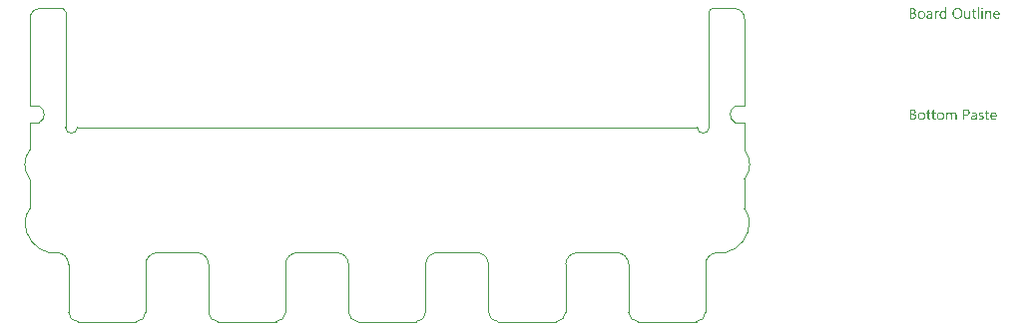
<source format=gbp>
G04*
G04 #@! TF.GenerationSoftware,Altium Limited,Altium Designer,21.9.2 (33)*
G04*
G04 Layer_Color=128*
%FSAX25Y25*%
%MOIN*%
G70*
G04*
G04 #@! TF.SameCoordinates,2EB92662-9E55-42C7-936B-B314CFDC8511*
G04*
G04*
G04 #@! TF.FilePolarity,Positive*
G04*
G01*
G75*
%ADD12C,0.00394*%
G36*
X0073390Y0108274D02*
X0073414D01*
X0073470Y0108250D01*
X0073501Y0108231D01*
X0073532Y0108206D01*
X0073538Y0108200D01*
X0073545Y0108194D01*
X0073576Y0108157D01*
X0073600Y0108095D01*
X0073606Y0108058D01*
X0073613Y0108021D01*
Y0108015D01*
Y0108002D01*
X0073606Y0107984D01*
X0073600Y0107959D01*
X0073582Y0107897D01*
X0073557Y0107866D01*
X0073532Y0107835D01*
X0073526D01*
X0073520Y0107823D01*
X0073483Y0107798D01*
X0073427Y0107773D01*
X0073390Y0107767D01*
X0073353Y0107761D01*
X0073334D01*
X0073316Y0107767D01*
X0073291D01*
X0073229Y0107792D01*
X0073198Y0107804D01*
X0073167Y0107829D01*
Y0107835D01*
X0073154Y0107841D01*
X0073142Y0107860D01*
X0073130Y0107878D01*
X0073105Y0107940D01*
X0073099Y0107977D01*
X0073093Y0108021D01*
Y0108027D01*
Y0108039D01*
X0073099Y0108058D01*
X0073105Y0108089D01*
X0073124Y0108144D01*
X0073142Y0108176D01*
X0073167Y0108206D01*
X0073173Y0108213D01*
X0073179Y0108219D01*
X0073216Y0108244D01*
X0073278Y0108268D01*
X0073316Y0108281D01*
X0073371D01*
X0073390Y0108274D01*
D02*
G37*
G36*
X0061400Y0104610D02*
X0060997D01*
Y0105031D01*
X0060985D01*
Y0105025D01*
X0060973Y0105012D01*
X0060954Y0104988D01*
X0060935Y0104957D01*
X0060905Y0104920D01*
X0060867Y0104882D01*
X0060824Y0104839D01*
X0060774Y0104796D01*
X0060719Y0104746D01*
X0060651Y0104703D01*
X0060583Y0104666D01*
X0060502Y0104629D01*
X0060422Y0104598D01*
X0060329Y0104573D01*
X0060230Y0104560D01*
X0060125Y0104554D01*
X0060081D01*
X0060044Y0104560D01*
X0060007Y0104567D01*
X0059957Y0104573D01*
X0059852Y0104598D01*
X0059728Y0104635D01*
X0059605Y0104697D01*
X0059536Y0104734D01*
X0059481Y0104777D01*
X0059419Y0104833D01*
X0059363Y0104889D01*
Y0104895D01*
X0059351Y0104907D01*
X0059338Y0104926D01*
X0059320Y0104950D01*
X0059301Y0104981D01*
X0059277Y0105025D01*
X0059252Y0105074D01*
X0059227Y0105130D01*
X0059196Y0105192D01*
X0059171Y0105260D01*
X0059147Y0105334D01*
X0059128Y0105415D01*
X0059109Y0105501D01*
X0059097Y0105600D01*
X0059091Y0105700D01*
X0059085Y0105805D01*
Y0105811D01*
Y0105830D01*
Y0105867D01*
X0059091Y0105910D01*
X0059097Y0105959D01*
X0059103Y0106021D01*
X0059109Y0106089D01*
X0059122Y0106164D01*
X0059159Y0106325D01*
X0059215Y0106492D01*
X0059252Y0106572D01*
X0059295Y0106653D01*
X0059338Y0106727D01*
X0059394Y0106801D01*
X0059400Y0106807D01*
X0059407Y0106820D01*
X0059425Y0106838D01*
X0059450Y0106863D01*
X0059481Y0106888D01*
X0059524Y0106919D01*
X0059567Y0106956D01*
X0059617Y0106993D01*
X0059741Y0107061D01*
X0059883Y0107123D01*
X0059964Y0107142D01*
X0060050Y0107160D01*
X0060137Y0107173D01*
X0060236Y0107179D01*
X0060286D01*
X0060323Y0107173D01*
X0060360Y0107167D01*
X0060409Y0107160D01*
X0060521Y0107129D01*
X0060645Y0107080D01*
X0060706Y0107049D01*
X0060768Y0107006D01*
X0060830Y0106962D01*
X0060886Y0106906D01*
X0060935Y0106845D01*
X0060985Y0106770D01*
X0060997D01*
Y0108330D01*
X0061400D01*
Y0104610D01*
D02*
G37*
G36*
X0075668Y0107173D02*
X0075742Y0107167D01*
X0075835Y0107148D01*
X0075934Y0107117D01*
X0076039Y0107068D01*
X0076144Y0106999D01*
X0076188Y0106962D01*
X0076231Y0106913D01*
X0076243Y0106900D01*
X0076268Y0106863D01*
X0076299Y0106801D01*
X0076342Y0106715D01*
X0076380Y0106609D01*
X0076417Y0106479D01*
X0076441Y0106325D01*
X0076448Y0106145D01*
Y0104610D01*
X0076045D01*
Y0106040D01*
Y0106046D01*
Y0106077D01*
X0076039Y0106114D01*
Y0106164D01*
X0076027Y0106226D01*
X0076014Y0106294D01*
X0075996Y0106368D01*
X0075971Y0106442D01*
X0075940Y0106517D01*
X0075903Y0106585D01*
X0075853Y0106653D01*
X0075798Y0106715D01*
X0075736Y0106764D01*
X0075655Y0106801D01*
X0075569Y0106832D01*
X0075463Y0106838D01*
X0075451D01*
X0075414Y0106832D01*
X0075358Y0106826D01*
X0075290Y0106807D01*
X0075210Y0106783D01*
X0075123Y0106739D01*
X0075042Y0106684D01*
X0074962Y0106609D01*
X0074956Y0106597D01*
X0074931Y0106572D01*
X0074900Y0106523D01*
X0074863Y0106455D01*
X0074826Y0106374D01*
X0074795Y0106275D01*
X0074770Y0106164D01*
X0074764Y0106040D01*
Y0104610D01*
X0074362D01*
Y0107123D01*
X0074764D01*
Y0106702D01*
X0074776D01*
X0074783Y0106708D01*
X0074789Y0106721D01*
X0074807Y0106746D01*
X0074832Y0106776D01*
X0074857Y0106814D01*
X0074894Y0106851D01*
X0074937Y0106894D01*
X0074987Y0106944D01*
X0075042Y0106987D01*
X0075104Y0107030D01*
X0075173Y0107068D01*
X0075247Y0107105D01*
X0075321Y0107136D01*
X0075408Y0107160D01*
X0075501Y0107173D01*
X0075600Y0107179D01*
X0075637D01*
X0075668Y0107173D01*
D02*
G37*
G36*
X0058670Y0107160D02*
X0058744Y0107154D01*
X0058788Y0107142D01*
X0058819Y0107129D01*
Y0106715D01*
X0058812Y0106721D01*
X0058800Y0106727D01*
X0058775Y0106739D01*
X0058744Y0106758D01*
X0058701Y0106770D01*
X0058645Y0106783D01*
X0058583Y0106789D01*
X0058515Y0106795D01*
X0058503D01*
X0058472Y0106789D01*
X0058422Y0106783D01*
X0058367Y0106764D01*
X0058292Y0106733D01*
X0058224Y0106690D01*
X0058150Y0106628D01*
X0058082Y0106547D01*
X0058076Y0106535D01*
X0058057Y0106504D01*
X0058026Y0106448D01*
X0057995Y0106374D01*
X0057964Y0106281D01*
X0057933Y0106164D01*
X0057915Y0106034D01*
X0057909Y0105885D01*
Y0104610D01*
X0057506D01*
Y0107123D01*
X0057909D01*
Y0106603D01*
X0057921D01*
Y0106609D01*
X0057927Y0106616D01*
X0057939Y0106647D01*
X0057958Y0106696D01*
X0057989Y0106758D01*
X0058020Y0106820D01*
X0058069Y0106888D01*
X0058119Y0106956D01*
X0058181Y0107018D01*
X0058187Y0107024D01*
X0058212Y0107043D01*
X0058249Y0107068D01*
X0058298Y0107092D01*
X0058354Y0107117D01*
X0058422Y0107142D01*
X0058497Y0107160D01*
X0058577Y0107167D01*
X0058633D01*
X0058670Y0107160D01*
D02*
G37*
G36*
X0069410Y0104610D02*
X0069007D01*
Y0105006D01*
X0068995D01*
Y0105000D01*
X0068982Y0104988D01*
X0068970Y0104963D01*
X0068945Y0104938D01*
X0068890Y0104864D01*
X0068803Y0104783D01*
X0068753Y0104740D01*
X0068698Y0104697D01*
X0068636Y0104660D01*
X0068562Y0104622D01*
X0068487Y0104598D01*
X0068407Y0104573D01*
X0068314Y0104560D01*
X0068221Y0104554D01*
X0068184D01*
X0068141Y0104560D01*
X0068079Y0104573D01*
X0068011Y0104585D01*
X0067936Y0104610D01*
X0067856Y0104641D01*
X0067775Y0104691D01*
X0067689Y0104746D01*
X0067608Y0104814D01*
X0067534Y0104901D01*
X0067466Y0105006D01*
X0067404Y0105124D01*
X0067361Y0105266D01*
X0067336Y0105433D01*
X0067324Y0105520D01*
Y0105619D01*
Y0107123D01*
X0067720D01*
Y0105681D01*
Y0105675D01*
Y0105650D01*
X0067726Y0105607D01*
X0067732Y0105557D01*
X0067738Y0105495D01*
X0067751Y0105433D01*
X0067769Y0105359D01*
X0067794Y0105285D01*
X0067831Y0105210D01*
X0067868Y0105142D01*
X0067918Y0105074D01*
X0067980Y0105012D01*
X0068048Y0104963D01*
X0068128Y0104926D01*
X0068227Y0104895D01*
X0068332Y0104889D01*
X0068345D01*
X0068382Y0104895D01*
X0068438Y0104901D01*
X0068500Y0104913D01*
X0068580Y0104944D01*
X0068661Y0104981D01*
X0068741Y0105031D01*
X0068815Y0105105D01*
X0068822Y0105118D01*
X0068846Y0105142D01*
X0068877Y0105192D01*
X0068914Y0105260D01*
X0068945Y0105341D01*
X0068976Y0105439D01*
X0069001Y0105551D01*
X0069007Y0105675D01*
Y0107123D01*
X0069410D01*
Y0104610D01*
D02*
G37*
G36*
X0073545D02*
X0073142D01*
Y0107123D01*
X0073545D01*
Y0104610D01*
D02*
G37*
G36*
X0072325D02*
X0071923D01*
Y0108330D01*
X0072325D01*
Y0104610D01*
D02*
G37*
G36*
X0055946Y0107173D02*
X0056002Y0107167D01*
X0056070Y0107148D01*
X0056144Y0107129D01*
X0056225Y0107098D01*
X0056312Y0107061D01*
X0056392Y0107012D01*
X0056472Y0106950D01*
X0056547Y0106876D01*
X0056615Y0106783D01*
X0056671Y0106677D01*
X0056714Y0106554D01*
X0056739Y0106411D01*
X0056751Y0106244D01*
Y0104610D01*
X0056349D01*
Y0105000D01*
X0056336D01*
Y0104994D01*
X0056324Y0104981D01*
X0056312Y0104957D01*
X0056287Y0104932D01*
X0056225Y0104858D01*
X0056144Y0104777D01*
X0056033Y0104697D01*
X0055903Y0104622D01*
X0055822Y0104598D01*
X0055742Y0104573D01*
X0055655Y0104560D01*
X0055563Y0104554D01*
X0055525D01*
X0055501Y0104560D01*
X0055433Y0104567D01*
X0055352Y0104579D01*
X0055253Y0104604D01*
X0055160Y0104635D01*
X0055061Y0104684D01*
X0054975Y0104746D01*
X0054968Y0104759D01*
X0054944Y0104783D01*
X0054906Y0104827D01*
X0054869Y0104889D01*
X0054832Y0104963D01*
X0054795Y0105050D01*
X0054770Y0105155D01*
X0054764Y0105272D01*
Y0105279D01*
Y0105303D01*
X0054770Y0105341D01*
X0054776Y0105384D01*
X0054789Y0105439D01*
X0054807Y0105501D01*
X0054832Y0105570D01*
X0054869Y0105638D01*
X0054913Y0105712D01*
X0054968Y0105786D01*
X0055036Y0105854D01*
X0055117Y0105916D01*
X0055210Y0105978D01*
X0055321Y0106027D01*
X0055445Y0106065D01*
X0055594Y0106096D01*
X0056349Y0106201D01*
Y0106207D01*
Y0106226D01*
X0056343Y0106263D01*
Y0106300D01*
X0056330Y0106349D01*
X0056324Y0106405D01*
X0056287Y0106523D01*
X0056256Y0106579D01*
X0056225Y0106634D01*
X0056182Y0106690D01*
X0056132Y0106739D01*
X0056070Y0106783D01*
X0056002Y0106814D01*
X0055922Y0106832D01*
X0055829Y0106838D01*
X0055785D01*
X0055754Y0106832D01*
X0055711D01*
X0055668Y0106820D01*
X0055556Y0106801D01*
X0055433Y0106764D01*
X0055296Y0106708D01*
X0055222Y0106671D01*
X0055154Y0106634D01*
X0055080Y0106585D01*
X0055012Y0106529D01*
Y0106944D01*
X0055018D01*
X0055030Y0106956D01*
X0055049Y0106968D01*
X0055080Y0106981D01*
X0055111Y0106999D01*
X0055154Y0107018D01*
X0055203Y0107036D01*
X0055259Y0107061D01*
X0055383Y0107105D01*
X0055532Y0107142D01*
X0055693Y0107167D01*
X0055866Y0107179D01*
X0055903D01*
X0055946Y0107173D01*
D02*
G37*
G36*
X0050258Y0108120D02*
X0050301D01*
X0050344Y0108114D01*
X0050443Y0108101D01*
X0050561Y0108070D01*
X0050685Y0108033D01*
X0050802Y0107977D01*
X0050908Y0107903D01*
X0050914D01*
X0050920Y0107891D01*
X0050951Y0107866D01*
X0050994Y0107817D01*
X0051044Y0107748D01*
X0051087Y0107662D01*
X0051130Y0107563D01*
X0051161Y0107451D01*
X0051174Y0107389D01*
Y0107321D01*
Y0107315D01*
Y0107309D01*
Y0107272D01*
X0051168Y0107216D01*
X0051155Y0107148D01*
X0051137Y0107061D01*
X0051106Y0106975D01*
X0051069Y0106888D01*
X0051013Y0106801D01*
X0051007Y0106789D01*
X0050982Y0106764D01*
X0050945Y0106727D01*
X0050895Y0106677D01*
X0050833Y0106628D01*
X0050759Y0106572D01*
X0050666Y0106529D01*
X0050567Y0106486D01*
Y0106479D01*
X0050586D01*
X0050604Y0106473D01*
X0050623Y0106467D01*
X0050691Y0106455D01*
X0050771Y0106430D01*
X0050858Y0106393D01*
X0050951Y0106349D01*
X0051044Y0106288D01*
X0051130Y0106207D01*
X0051143Y0106195D01*
X0051168Y0106164D01*
X0051199Y0106120D01*
X0051242Y0106052D01*
X0051279Y0105966D01*
X0051316Y0105867D01*
X0051341Y0105749D01*
X0051347Y0105619D01*
Y0105613D01*
Y0105600D01*
Y0105576D01*
X0051341Y0105545D01*
X0051335Y0105508D01*
X0051329Y0105464D01*
X0051304Y0105359D01*
X0051267Y0105241D01*
X0051211Y0105118D01*
X0051174Y0105062D01*
X0051130Y0105000D01*
X0051075Y0104944D01*
X0051019Y0104889D01*
X0051013D01*
X0051007Y0104876D01*
X0050988Y0104864D01*
X0050963Y0104845D01*
X0050932Y0104827D01*
X0050889Y0104802D01*
X0050796Y0104752D01*
X0050679Y0104697D01*
X0050542Y0104653D01*
X0050381Y0104622D01*
X0050301Y0104616D01*
X0050208Y0104610D01*
X0049181D01*
Y0108126D01*
X0050227D01*
X0050258Y0108120D01*
D02*
G37*
G36*
X0070753Y0107123D02*
X0071390D01*
Y0106776D01*
X0070753D01*
Y0105359D01*
Y0105347D01*
Y0105316D01*
X0070759Y0105272D01*
X0070765Y0105217D01*
X0070790Y0105099D01*
X0070809Y0105043D01*
X0070840Y0105000D01*
X0070846Y0104994D01*
X0070858Y0104981D01*
X0070877Y0104969D01*
X0070908Y0104950D01*
X0070945Y0104926D01*
X0070994Y0104913D01*
X0071056Y0104901D01*
X0071124Y0104895D01*
X0071149D01*
X0071180Y0104901D01*
X0071217Y0104907D01*
X0071304Y0104932D01*
X0071347Y0104950D01*
X0071390Y0104975D01*
Y0104629D01*
X0071384D01*
X0071366Y0104616D01*
X0071335Y0104610D01*
X0071291Y0104598D01*
X0071236Y0104585D01*
X0071174Y0104573D01*
X0071100Y0104567D01*
X0071013Y0104560D01*
X0070982D01*
X0070951Y0104567D01*
X0070908Y0104573D01*
X0070858Y0104585D01*
X0070802Y0104598D01*
X0070747Y0104622D01*
X0070685Y0104653D01*
X0070623Y0104691D01*
X0070561Y0104740D01*
X0070505Y0104796D01*
X0070456Y0104870D01*
X0070412Y0104950D01*
X0070381Y0105050D01*
X0070357Y0105161D01*
X0070350Y0105291D01*
Y0106776D01*
X0069923D01*
Y0107123D01*
X0070350D01*
Y0107736D01*
X0070753Y0107866D01*
Y0107123D01*
D02*
G37*
G36*
X0078280Y0107173D02*
X0078323Y0107167D01*
X0078367Y0107160D01*
X0078478Y0107142D01*
X0078602Y0107098D01*
X0078725Y0107043D01*
X0078787Y0107006D01*
X0078849Y0106962D01*
X0078905Y0106913D01*
X0078961Y0106857D01*
X0078967Y0106851D01*
X0078973Y0106845D01*
X0078986Y0106826D01*
X0079004Y0106801D01*
X0079023Y0106764D01*
X0079047Y0106727D01*
X0079072Y0106684D01*
X0079097Y0106628D01*
X0079122Y0106566D01*
X0079146Y0106504D01*
X0079171Y0106430D01*
X0079190Y0106349D01*
X0079208Y0106263D01*
X0079221Y0106176D01*
X0079233Y0106077D01*
Y0105972D01*
Y0105761D01*
X0077457D01*
Y0105755D01*
Y0105743D01*
Y0105724D01*
X0077463Y0105693D01*
X0077469Y0105656D01*
Y0105619D01*
X0077487Y0105520D01*
X0077518Y0105421D01*
X0077556Y0105309D01*
X0077611Y0105204D01*
X0077679Y0105111D01*
X0077692Y0105099D01*
X0077717Y0105074D01*
X0077766Y0105043D01*
X0077834Y0105000D01*
X0077921Y0104957D01*
X0078020Y0104926D01*
X0078137Y0104901D01*
X0078274Y0104889D01*
X0078317D01*
X0078348Y0104895D01*
X0078385D01*
X0078428Y0104901D01*
X0078534Y0104926D01*
X0078651Y0104957D01*
X0078781Y0105006D01*
X0078917Y0105074D01*
X0078986Y0105118D01*
X0079054Y0105167D01*
Y0104790D01*
X0079047D01*
X0079041Y0104777D01*
X0079023Y0104771D01*
X0078992Y0104752D01*
X0078961Y0104734D01*
X0078924Y0104715D01*
X0078874Y0104697D01*
X0078825Y0104672D01*
X0078763Y0104647D01*
X0078695Y0104629D01*
X0078546Y0104592D01*
X0078373Y0104567D01*
X0078181Y0104554D01*
X0078131D01*
X0078094Y0104560D01*
X0078051Y0104567D01*
X0077995Y0104573D01*
X0077877Y0104598D01*
X0077741Y0104635D01*
X0077605Y0104697D01*
X0077537Y0104740D01*
X0077469Y0104783D01*
X0077407Y0104833D01*
X0077345Y0104895D01*
X0077339Y0104901D01*
X0077333Y0104913D01*
X0077320Y0104932D01*
X0077296Y0104957D01*
X0077277Y0104994D01*
X0077252Y0105037D01*
X0077221Y0105087D01*
X0077197Y0105142D01*
X0077166Y0105204D01*
X0077141Y0105279D01*
X0077110Y0105359D01*
X0077091Y0105446D01*
X0077073Y0105538D01*
X0077054Y0105638D01*
X0077048Y0105743D01*
X0077042Y0105854D01*
Y0105860D01*
Y0105879D01*
Y0105910D01*
X0077048Y0105953D01*
X0077054Y0106003D01*
X0077060Y0106059D01*
X0077067Y0106127D01*
X0077085Y0106195D01*
X0077122Y0106343D01*
X0077178Y0106504D01*
X0077215Y0106585D01*
X0077265Y0106659D01*
X0077314Y0106739D01*
X0077370Y0106807D01*
X0077376Y0106814D01*
X0077389Y0106826D01*
X0077407Y0106845D01*
X0077432Y0106863D01*
X0077463Y0106894D01*
X0077500Y0106925D01*
X0077549Y0106956D01*
X0077599Y0106993D01*
X0077717Y0107061D01*
X0077859Y0107123D01*
X0077939Y0107142D01*
X0078020Y0107160D01*
X0078106Y0107173D01*
X0078199Y0107179D01*
X0078249D01*
X0078280Y0107173D01*
D02*
G37*
G36*
X0065237Y0108182D02*
X0065299Y0108176D01*
X0065374Y0108163D01*
X0065454Y0108144D01*
X0065541Y0108126D01*
X0065627Y0108101D01*
X0065727Y0108070D01*
X0065819Y0108027D01*
X0065918Y0107977D01*
X0066018Y0107922D01*
X0066110Y0107854D01*
X0066203Y0107779D01*
X0066290Y0107693D01*
X0066296Y0107686D01*
X0066308Y0107668D01*
X0066333Y0107643D01*
X0066358Y0107606D01*
X0066395Y0107556D01*
X0066432Y0107495D01*
X0066469Y0107427D01*
X0066513Y0107352D01*
X0066556Y0107259D01*
X0066593Y0107167D01*
X0066630Y0107061D01*
X0066667Y0106944D01*
X0066692Y0106826D01*
X0066717Y0106696D01*
X0066729Y0106554D01*
X0066736Y0106411D01*
Y0106399D01*
Y0106374D01*
Y0106331D01*
X0066729Y0106269D01*
X0066723Y0106195D01*
X0066711Y0106114D01*
X0066698Y0106021D01*
X0066680Y0105916D01*
X0066655Y0105811D01*
X0066624Y0105700D01*
X0066587Y0105588D01*
X0066544Y0105477D01*
X0066488Y0105359D01*
X0066426Y0105254D01*
X0066358Y0105149D01*
X0066277Y0105050D01*
X0066271Y0105043D01*
X0066259Y0105031D01*
X0066228Y0105006D01*
X0066197Y0104975D01*
X0066148Y0104932D01*
X0066092Y0104895D01*
X0066030Y0104845D01*
X0065956Y0104802D01*
X0065875Y0104759D01*
X0065782Y0104709D01*
X0065683Y0104672D01*
X0065572Y0104635D01*
X0065454Y0104598D01*
X0065330Y0104573D01*
X0065200Y0104560D01*
X0065058Y0104554D01*
X0065027D01*
X0064984Y0104560D01*
X0064934D01*
X0064872Y0104567D01*
X0064798Y0104579D01*
X0064718Y0104598D01*
X0064625Y0104616D01*
X0064532Y0104641D01*
X0064433Y0104672D01*
X0064334Y0104715D01*
X0064235Y0104759D01*
X0064136Y0104814D01*
X0064037Y0104882D01*
X0063944Y0104957D01*
X0063857Y0105043D01*
X0063851Y0105050D01*
X0063839Y0105068D01*
X0063814Y0105093D01*
X0063789Y0105130D01*
X0063752Y0105180D01*
X0063715Y0105241D01*
X0063678Y0105309D01*
X0063634Y0105390D01*
X0063591Y0105477D01*
X0063554Y0105570D01*
X0063517Y0105675D01*
X0063480Y0105792D01*
X0063455Y0105910D01*
X0063430Y0106040D01*
X0063418Y0106182D01*
X0063411Y0106325D01*
Y0106337D01*
Y0106362D01*
X0063418Y0106405D01*
Y0106467D01*
X0063424Y0106535D01*
X0063436Y0106622D01*
X0063449Y0106715D01*
X0063467Y0106814D01*
X0063492Y0106919D01*
X0063523Y0107030D01*
X0063560Y0107142D01*
X0063603Y0107253D01*
X0063659Y0107365D01*
X0063721Y0107476D01*
X0063789Y0107581D01*
X0063870Y0107680D01*
X0063876Y0107686D01*
X0063888Y0107705D01*
X0063919Y0107730D01*
X0063956Y0107761D01*
X0063999Y0107798D01*
X0064055Y0107841D01*
X0064123Y0107885D01*
X0064198Y0107934D01*
X0064284Y0107984D01*
X0064377Y0108027D01*
X0064476Y0108070D01*
X0064588Y0108107D01*
X0064711Y0108138D01*
X0064841Y0108169D01*
X0064978Y0108182D01*
X0065120Y0108188D01*
X0065188D01*
X0065237Y0108182D01*
D02*
G37*
G36*
X0053210Y0107173D02*
X0053254Y0107167D01*
X0053309Y0107160D01*
X0053433Y0107136D01*
X0053576Y0107092D01*
X0053718Y0107030D01*
X0053792Y0106993D01*
X0053860Y0106950D01*
X0053928Y0106894D01*
X0053990Y0106832D01*
X0053996Y0106826D01*
X0054003Y0106814D01*
X0054021Y0106795D01*
X0054040Y0106770D01*
X0054065Y0106733D01*
X0054089Y0106690D01*
X0054120Y0106640D01*
X0054151Y0106585D01*
X0054176Y0106517D01*
X0054207Y0106448D01*
X0054232Y0106368D01*
X0054256Y0106281D01*
X0054275Y0106188D01*
X0054294Y0106089D01*
X0054300Y0105984D01*
X0054306Y0105873D01*
Y0105867D01*
Y0105848D01*
Y0105817D01*
X0054300Y0105774D01*
X0054294Y0105724D01*
X0054287Y0105662D01*
X0054275Y0105600D01*
X0054263Y0105526D01*
X0054225Y0105378D01*
X0054164Y0105217D01*
X0054127Y0105136D01*
X0054077Y0105056D01*
X0054027Y0104981D01*
X0053966Y0104913D01*
X0053959Y0104907D01*
X0053947Y0104901D01*
X0053928Y0104882D01*
X0053904Y0104858D01*
X0053866Y0104833D01*
X0053829Y0104802D01*
X0053780Y0104765D01*
X0053724Y0104734D01*
X0053662Y0104703D01*
X0053594Y0104666D01*
X0053520Y0104635D01*
X0053439Y0104610D01*
X0053353Y0104585D01*
X0053260Y0104573D01*
X0053161Y0104560D01*
X0053056Y0104554D01*
X0053000D01*
X0052963Y0104560D01*
X0052919Y0104567D01*
X0052864Y0104573D01*
X0052802Y0104585D01*
X0052734Y0104598D01*
X0052591Y0104641D01*
X0052443Y0104703D01*
X0052368Y0104740D01*
X0052300Y0104790D01*
X0052232Y0104839D01*
X0052164Y0104901D01*
X0052158Y0104907D01*
X0052152Y0104920D01*
X0052133Y0104938D01*
X0052115Y0104963D01*
X0052090Y0105000D01*
X0052059Y0105043D01*
X0052028Y0105093D01*
X0052003Y0105149D01*
X0051972Y0105217D01*
X0051941Y0105285D01*
X0051911Y0105359D01*
X0051886Y0105446D01*
X0051849Y0105631D01*
X0051842Y0105730D01*
X0051836Y0105836D01*
Y0105842D01*
Y0105867D01*
Y0105898D01*
X0051842Y0105941D01*
X0051849Y0105990D01*
X0051855Y0106052D01*
X0051867Y0106120D01*
X0051880Y0106195D01*
X0051917Y0106356D01*
X0051978Y0106517D01*
X0052022Y0106597D01*
X0052065Y0106677D01*
X0052115Y0106752D01*
X0052177Y0106820D01*
X0052183Y0106826D01*
X0052195Y0106838D01*
X0052214Y0106851D01*
X0052239Y0106876D01*
X0052276Y0106900D01*
X0052319Y0106931D01*
X0052368Y0106968D01*
X0052424Y0106999D01*
X0052486Y0107030D01*
X0052560Y0107068D01*
X0052635Y0107098D01*
X0052721Y0107123D01*
X0052808Y0107148D01*
X0052907Y0107167D01*
X0053012Y0107173D01*
X0053118Y0107179D01*
X0053173D01*
X0053210Y0107173D01*
D02*
G37*
G36*
X0073309Y0073314D02*
X0073390Y0073308D01*
X0073476Y0073296D01*
X0073576Y0073271D01*
X0073674Y0073246D01*
X0073773Y0073209D01*
Y0072801D01*
X0073761Y0072807D01*
X0073724Y0072832D01*
X0073668Y0072856D01*
X0073594Y0072894D01*
X0073501Y0072925D01*
X0073390Y0072955D01*
X0073266Y0072974D01*
X0073136Y0072980D01*
X0073068D01*
X0073006Y0072968D01*
X0072932Y0072955D01*
X0072926D01*
X0072919Y0072949D01*
X0072882Y0072937D01*
X0072833Y0072912D01*
X0072777Y0072881D01*
X0072765Y0072875D01*
X0072740Y0072850D01*
X0072709Y0072813D01*
X0072678Y0072770D01*
X0072672Y0072757D01*
X0072659Y0072726D01*
X0072647Y0072683D01*
X0072641Y0072627D01*
Y0072621D01*
Y0072609D01*
Y0072590D01*
X0072647Y0072572D01*
X0072659Y0072516D01*
X0072678Y0072460D01*
X0072684Y0072448D01*
X0072703Y0072423D01*
X0072740Y0072386D01*
X0072783Y0072343D01*
X0072789D01*
X0072795Y0072336D01*
X0072833Y0072312D01*
X0072882Y0072281D01*
X0072950Y0072250D01*
X0072957D01*
X0072969Y0072244D01*
X0072987Y0072237D01*
X0073018Y0072225D01*
X0073087Y0072200D01*
X0073173Y0072163D01*
X0073179D01*
X0073204Y0072151D01*
X0073235Y0072138D01*
X0073272Y0072126D01*
X0073371Y0072083D01*
X0073470Y0072033D01*
X0073476D01*
X0073495Y0072021D01*
X0073520Y0072008D01*
X0073551Y0071990D01*
X0073625Y0071940D01*
X0073699Y0071878D01*
X0073705Y0071872D01*
X0073718Y0071866D01*
X0073730Y0071847D01*
X0073755Y0071823D01*
X0073798Y0071761D01*
X0073842Y0071680D01*
Y0071674D01*
X0073848Y0071662D01*
X0073860Y0071637D01*
X0073866Y0071606D01*
X0073879Y0071569D01*
X0073885Y0071526D01*
X0073891Y0071420D01*
Y0071414D01*
Y0071389D01*
X0073885Y0071352D01*
X0073879Y0071309D01*
X0073873Y0071259D01*
X0073854Y0071204D01*
X0073835Y0071154D01*
X0073804Y0071098D01*
X0073798Y0071092D01*
X0073792Y0071074D01*
X0073773Y0071049D01*
X0073749Y0071018D01*
X0073718Y0070981D01*
X0073681Y0070944D01*
X0073588Y0070869D01*
X0073582Y0070863D01*
X0073563Y0070857D01*
X0073538Y0070838D01*
X0073495Y0070820D01*
X0073452Y0070795D01*
X0073396Y0070776D01*
X0073340Y0070758D01*
X0073272Y0070739D01*
X0073266D01*
X0073241Y0070733D01*
X0073204Y0070727D01*
X0073161Y0070721D01*
X0073099Y0070708D01*
X0073037Y0070702D01*
X0072895Y0070696D01*
X0072833D01*
X0072758Y0070702D01*
X0072666Y0070715D01*
X0072560Y0070733D01*
X0072449Y0070758D01*
X0072338Y0070789D01*
X0072226Y0070838D01*
Y0071272D01*
X0072232D01*
X0072238Y0071259D01*
X0072257Y0071247D01*
X0072282Y0071235D01*
X0072350Y0071197D01*
X0072443Y0071154D01*
X0072548Y0071105D01*
X0072672Y0071068D01*
X0072808Y0071043D01*
X0072950Y0071030D01*
X0073000D01*
X0073031Y0071036D01*
X0073117Y0071049D01*
X0073216Y0071074D01*
X0073309Y0071117D01*
X0073353Y0071148D01*
X0073396Y0071179D01*
X0073427Y0071222D01*
X0073452Y0071266D01*
X0073470Y0071321D01*
X0073476Y0071383D01*
Y0071389D01*
Y0071402D01*
Y0071420D01*
X0073470Y0071439D01*
X0073458Y0071495D01*
X0073433Y0071550D01*
Y0071557D01*
X0073427Y0071563D01*
X0073402Y0071594D01*
X0073365Y0071637D01*
X0073309Y0071674D01*
X0073303D01*
X0073297Y0071687D01*
X0073260Y0071705D01*
X0073204Y0071742D01*
X0073130Y0071773D01*
X0073124D01*
X0073111Y0071779D01*
X0073093Y0071792D01*
X0073062Y0071804D01*
X0072994Y0071829D01*
X0072907Y0071866D01*
X0072901D01*
X0072876Y0071878D01*
X0072845Y0071891D01*
X0072808Y0071903D01*
X0072709Y0071946D01*
X0072610Y0071996D01*
X0072604Y0072002D01*
X0072591Y0072008D01*
X0072566Y0072021D01*
X0072536Y0072039D01*
X0072467Y0072089D01*
X0072399Y0072145D01*
X0072393Y0072151D01*
X0072387Y0072157D01*
X0072368Y0072176D01*
X0072350Y0072200D01*
X0072307Y0072262D01*
X0072269Y0072336D01*
Y0072343D01*
X0072263Y0072355D01*
X0072257Y0072380D01*
X0072251Y0072411D01*
X0072245Y0072448D01*
X0072238Y0072491D01*
X0072232Y0072596D01*
Y0072603D01*
Y0072627D01*
X0072238Y0072658D01*
X0072245Y0072702D01*
X0072251Y0072751D01*
X0072269Y0072801D01*
X0072288Y0072856D01*
X0072313Y0072906D01*
X0072319Y0072912D01*
X0072325Y0072931D01*
X0072344Y0072955D01*
X0072368Y0072986D01*
X0072436Y0073061D01*
X0072523Y0073135D01*
X0072529Y0073141D01*
X0072548Y0073147D01*
X0072573Y0073166D01*
X0072616Y0073184D01*
X0072659Y0073209D01*
X0072709Y0073234D01*
X0072833Y0073271D01*
X0072839D01*
X0072864Y0073277D01*
X0072895Y0073290D01*
X0072944Y0073296D01*
X0072994Y0073308D01*
X0073055Y0073314D01*
X0073192Y0073321D01*
X0073247D01*
X0073309Y0073314D01*
D02*
G37*
G36*
X0064117D02*
X0064173Y0073302D01*
X0064235Y0073290D01*
X0064303Y0073265D01*
X0064383Y0073234D01*
X0064458Y0073191D01*
X0064538Y0073141D01*
X0064612Y0073073D01*
X0064680Y0072986D01*
X0064742Y0072887D01*
X0064798Y0072776D01*
X0064835Y0072633D01*
X0064866Y0072479D01*
X0064872Y0072299D01*
Y0070752D01*
X0064470D01*
Y0072194D01*
Y0072200D01*
Y0072213D01*
Y0072231D01*
Y0072262D01*
X0064464Y0072336D01*
X0064451Y0072423D01*
X0064439Y0072522D01*
X0064414Y0072621D01*
X0064383Y0072714D01*
X0064340Y0072795D01*
X0064334Y0072801D01*
X0064315Y0072825D01*
X0064284Y0072856D01*
X0064235Y0072887D01*
X0064179Y0072925D01*
X0064105Y0072949D01*
X0064012Y0072974D01*
X0063907Y0072980D01*
X0063894D01*
X0063863Y0072974D01*
X0063814Y0072968D01*
X0063752Y0072949D01*
X0063684Y0072925D01*
X0063610Y0072881D01*
X0063535Y0072825D01*
X0063467Y0072745D01*
X0063461Y0072733D01*
X0063442Y0072702D01*
X0063411Y0072652D01*
X0063380Y0072584D01*
X0063343Y0072504D01*
X0063319Y0072411D01*
X0063294Y0072299D01*
X0063288Y0072182D01*
Y0070752D01*
X0062885D01*
Y0072244D01*
Y0072250D01*
Y0072275D01*
X0062879Y0072312D01*
Y0072361D01*
X0062867Y0072417D01*
X0062854Y0072479D01*
X0062836Y0072541D01*
X0062817Y0072615D01*
X0062786Y0072683D01*
X0062749Y0072745D01*
X0062700Y0072807D01*
X0062644Y0072863D01*
X0062582Y0072912D01*
X0062502Y0072949D01*
X0062415Y0072974D01*
X0062316Y0072980D01*
X0062304D01*
X0062273Y0072974D01*
X0062223Y0072968D01*
X0062161Y0072955D01*
X0062093Y0072925D01*
X0062019Y0072887D01*
X0061944Y0072832D01*
X0061876Y0072757D01*
X0061870Y0072745D01*
X0061852Y0072720D01*
X0061821Y0072671D01*
X0061790Y0072603D01*
X0061759Y0072522D01*
X0061728Y0072423D01*
X0061709Y0072312D01*
X0061703Y0072182D01*
Y0070752D01*
X0061301D01*
Y0073265D01*
X0061703D01*
Y0072863D01*
X0061715D01*
X0061722Y0072869D01*
X0061728Y0072881D01*
X0061746Y0072906D01*
X0061765Y0072937D01*
X0061827Y0073005D01*
X0061914Y0073092D01*
X0062025Y0073178D01*
X0062155Y0073246D01*
X0062235Y0073277D01*
X0062316Y0073302D01*
X0062402Y0073314D01*
X0062495Y0073321D01*
X0062539D01*
X0062588Y0073314D01*
X0062650Y0073302D01*
X0062718Y0073283D01*
X0062792Y0073259D01*
X0062867Y0073228D01*
X0062941Y0073178D01*
X0062947Y0073172D01*
X0062972Y0073154D01*
X0063003Y0073123D01*
X0063046Y0073079D01*
X0063090Y0073023D01*
X0063133Y0072962D01*
X0063176Y0072887D01*
X0063207Y0072801D01*
X0063213Y0072807D01*
X0063220Y0072825D01*
X0063238Y0072850D01*
X0063257Y0072881D01*
X0063288Y0072925D01*
X0063325Y0072968D01*
X0063368Y0073011D01*
X0063418Y0073061D01*
X0063473Y0073110D01*
X0063535Y0073154D01*
X0063603Y0073203D01*
X0063678Y0073240D01*
X0063758Y0073271D01*
X0063845Y0073296D01*
X0063944Y0073314D01*
X0064043Y0073321D01*
X0064080D01*
X0064117Y0073314D01*
D02*
G37*
G36*
X0070815D02*
X0070870Y0073308D01*
X0070938Y0073290D01*
X0071013Y0073271D01*
X0071093Y0073240D01*
X0071180Y0073203D01*
X0071260Y0073154D01*
X0071341Y0073092D01*
X0071415Y0073017D01*
X0071483Y0072925D01*
X0071539Y0072819D01*
X0071582Y0072695D01*
X0071607Y0072553D01*
X0071619Y0072386D01*
Y0070752D01*
X0071217D01*
Y0071142D01*
X0071205D01*
Y0071136D01*
X0071192Y0071123D01*
X0071180Y0071098D01*
X0071155Y0071074D01*
X0071093Y0070999D01*
X0071013Y0070919D01*
X0070901Y0070838D01*
X0070771Y0070764D01*
X0070691Y0070739D01*
X0070610Y0070715D01*
X0070524Y0070702D01*
X0070431Y0070696D01*
X0070394D01*
X0070369Y0070702D01*
X0070301Y0070708D01*
X0070221Y0070721D01*
X0070121Y0070746D01*
X0070029Y0070776D01*
X0069929Y0070826D01*
X0069843Y0070888D01*
X0069837Y0070900D01*
X0069812Y0070925D01*
X0069775Y0070968D01*
X0069738Y0071030D01*
X0069700Y0071105D01*
X0069663Y0071191D01*
X0069639Y0071297D01*
X0069632Y0071414D01*
Y0071420D01*
Y0071445D01*
X0069639Y0071482D01*
X0069645Y0071526D01*
X0069657Y0071581D01*
X0069676Y0071643D01*
X0069700Y0071711D01*
X0069738Y0071779D01*
X0069781Y0071854D01*
X0069837Y0071928D01*
X0069905Y0071996D01*
X0069985Y0072058D01*
X0070078Y0072120D01*
X0070189Y0072169D01*
X0070313Y0072206D01*
X0070462Y0072237D01*
X0071217Y0072343D01*
Y0072349D01*
Y0072367D01*
X0071211Y0072404D01*
Y0072442D01*
X0071198Y0072491D01*
X0071192Y0072547D01*
X0071155Y0072664D01*
X0071124Y0072720D01*
X0071093Y0072776D01*
X0071050Y0072832D01*
X0071000Y0072881D01*
X0070938Y0072925D01*
X0070870Y0072955D01*
X0070790Y0072974D01*
X0070697Y0072980D01*
X0070654D01*
X0070623Y0072974D01*
X0070579D01*
X0070536Y0072962D01*
X0070425Y0072943D01*
X0070301Y0072906D01*
X0070165Y0072850D01*
X0070091Y0072813D01*
X0070022Y0072776D01*
X0069948Y0072726D01*
X0069880Y0072671D01*
Y0073085D01*
X0069886D01*
X0069899Y0073098D01*
X0069917Y0073110D01*
X0069948Y0073123D01*
X0069979Y0073141D01*
X0070022Y0073160D01*
X0070072Y0073178D01*
X0070128Y0073203D01*
X0070251Y0073246D01*
X0070400Y0073283D01*
X0070561Y0073308D01*
X0070734Y0073321D01*
X0070771D01*
X0070815Y0073314D01*
D02*
G37*
G36*
X0068116Y0074261D02*
X0068165D01*
X0068215Y0074255D01*
X0068345Y0074231D01*
X0068481Y0074200D01*
X0068630Y0074150D01*
X0068772Y0074082D01*
X0068834Y0074039D01*
X0068896Y0073989D01*
X0068902D01*
X0068908Y0073977D01*
X0068927Y0073958D01*
X0068945Y0073940D01*
X0068995Y0073878D01*
X0069057Y0073791D01*
X0069112Y0073680D01*
X0069162Y0073550D01*
X0069199Y0073395D01*
X0069205Y0073308D01*
X0069212Y0073215D01*
Y0073209D01*
Y0073191D01*
Y0073166D01*
X0069205Y0073135D01*
X0069199Y0073092D01*
X0069193Y0073042D01*
X0069168Y0072925D01*
X0069125Y0072795D01*
X0069063Y0072658D01*
X0069026Y0072590D01*
X0068982Y0072522D01*
X0068927Y0072454D01*
X0068865Y0072392D01*
X0068859Y0072386D01*
X0068846Y0072380D01*
X0068828Y0072361D01*
X0068803Y0072343D01*
X0068766Y0072318D01*
X0068722Y0072293D01*
X0068673Y0072262D01*
X0068617Y0072237D01*
X0068555Y0072206D01*
X0068487Y0072176D01*
X0068407Y0072151D01*
X0068326Y0072126D01*
X0068141Y0072089D01*
X0068042Y0072083D01*
X0067936Y0072076D01*
X0067472D01*
Y0070752D01*
X0067057D01*
Y0074268D01*
X0068079D01*
X0068116Y0074261D01*
D02*
G37*
G36*
X0050258D02*
X0050301D01*
X0050344Y0074255D01*
X0050443Y0074243D01*
X0050561Y0074212D01*
X0050685Y0074175D01*
X0050802Y0074119D01*
X0050908Y0074045D01*
X0050914D01*
X0050920Y0074032D01*
X0050951Y0074008D01*
X0050994Y0073958D01*
X0051044Y0073890D01*
X0051087Y0073803D01*
X0051130Y0073704D01*
X0051161Y0073593D01*
X0051174Y0073531D01*
Y0073463D01*
Y0073457D01*
Y0073451D01*
Y0073413D01*
X0051168Y0073358D01*
X0051155Y0073290D01*
X0051137Y0073203D01*
X0051106Y0073116D01*
X0051069Y0073030D01*
X0051013Y0072943D01*
X0051007Y0072931D01*
X0050982Y0072906D01*
X0050945Y0072869D01*
X0050895Y0072819D01*
X0050833Y0072770D01*
X0050759Y0072714D01*
X0050666Y0072671D01*
X0050567Y0072627D01*
Y0072621D01*
X0050586D01*
X0050604Y0072615D01*
X0050623Y0072609D01*
X0050691Y0072596D01*
X0050771Y0072572D01*
X0050858Y0072535D01*
X0050951Y0072491D01*
X0051044Y0072429D01*
X0051130Y0072349D01*
X0051143Y0072336D01*
X0051168Y0072306D01*
X0051199Y0072262D01*
X0051242Y0072194D01*
X0051279Y0072107D01*
X0051316Y0072008D01*
X0051341Y0071891D01*
X0051347Y0071761D01*
Y0071754D01*
Y0071742D01*
Y0071717D01*
X0051341Y0071687D01*
X0051335Y0071649D01*
X0051329Y0071606D01*
X0051304Y0071501D01*
X0051267Y0071383D01*
X0051211Y0071259D01*
X0051174Y0071204D01*
X0051130Y0071142D01*
X0051075Y0071086D01*
X0051019Y0071030D01*
X0051013D01*
X0051007Y0071018D01*
X0050988Y0071006D01*
X0050963Y0070987D01*
X0050932Y0070968D01*
X0050889Y0070944D01*
X0050796Y0070894D01*
X0050679Y0070838D01*
X0050542Y0070795D01*
X0050381Y0070764D01*
X0050301Y0070758D01*
X0050208Y0070752D01*
X0049181D01*
Y0074268D01*
X0050227D01*
X0050258Y0074261D01*
D02*
G37*
G36*
X0075042Y0073265D02*
X0075680D01*
Y0072918D01*
X0075042D01*
Y0071501D01*
Y0071488D01*
Y0071457D01*
X0075049Y0071414D01*
X0075055Y0071358D01*
X0075080Y0071241D01*
X0075098Y0071185D01*
X0075129Y0071142D01*
X0075135Y0071136D01*
X0075148Y0071123D01*
X0075166Y0071111D01*
X0075197Y0071092D01*
X0075234Y0071068D01*
X0075284Y0071055D01*
X0075346Y0071043D01*
X0075414Y0071036D01*
X0075439D01*
X0075470Y0071043D01*
X0075507Y0071049D01*
X0075593Y0071074D01*
X0075637Y0071092D01*
X0075680Y0071117D01*
Y0070770D01*
X0075674D01*
X0075655Y0070758D01*
X0075624Y0070752D01*
X0075581Y0070739D01*
X0075525Y0070727D01*
X0075463Y0070715D01*
X0075389Y0070708D01*
X0075302Y0070702D01*
X0075271D01*
X0075241Y0070708D01*
X0075197Y0070715D01*
X0075148Y0070727D01*
X0075092Y0070739D01*
X0075036Y0070764D01*
X0074974Y0070795D01*
X0074913Y0070832D01*
X0074851Y0070882D01*
X0074795Y0070938D01*
X0074745Y0071012D01*
X0074702Y0071092D01*
X0074671Y0071191D01*
X0074646Y0071303D01*
X0074640Y0071433D01*
Y0072918D01*
X0074213D01*
Y0073265D01*
X0074640D01*
Y0073878D01*
X0075042Y0074008D01*
Y0073265D01*
D02*
G37*
G36*
X0057184D02*
X0057822D01*
Y0072918D01*
X0057184D01*
Y0071501D01*
Y0071488D01*
Y0071457D01*
X0057191Y0071414D01*
X0057197Y0071358D01*
X0057222Y0071241D01*
X0057240Y0071185D01*
X0057271Y0071142D01*
X0057277Y0071136D01*
X0057290Y0071123D01*
X0057308Y0071111D01*
X0057339Y0071092D01*
X0057376Y0071068D01*
X0057426Y0071055D01*
X0057488Y0071043D01*
X0057556Y0071036D01*
X0057581D01*
X0057612Y0071043D01*
X0057649Y0071049D01*
X0057735Y0071074D01*
X0057779Y0071092D01*
X0057822Y0071117D01*
Y0070770D01*
X0057816D01*
X0057797Y0070758D01*
X0057766Y0070752D01*
X0057723Y0070739D01*
X0057667Y0070727D01*
X0057605Y0070715D01*
X0057531Y0070708D01*
X0057444Y0070702D01*
X0057413D01*
X0057382Y0070708D01*
X0057339Y0070715D01*
X0057290Y0070727D01*
X0057234Y0070739D01*
X0057178Y0070764D01*
X0057116Y0070795D01*
X0057054Y0070832D01*
X0056992Y0070882D01*
X0056937Y0070938D01*
X0056887Y0071012D01*
X0056844Y0071092D01*
X0056813Y0071191D01*
X0056788Y0071303D01*
X0056782Y0071433D01*
Y0072918D01*
X0056355D01*
Y0073265D01*
X0056782D01*
Y0073878D01*
X0057184Y0074008D01*
Y0073265D01*
D02*
G37*
G36*
X0055482D02*
X0056120D01*
Y0072918D01*
X0055482D01*
Y0071501D01*
Y0071488D01*
Y0071457D01*
X0055488Y0071414D01*
X0055494Y0071358D01*
X0055519Y0071241D01*
X0055538Y0071185D01*
X0055569Y0071142D01*
X0055575Y0071136D01*
X0055587Y0071123D01*
X0055606Y0071111D01*
X0055637Y0071092D01*
X0055674Y0071068D01*
X0055724Y0071055D01*
X0055785Y0071043D01*
X0055853Y0071036D01*
X0055878D01*
X0055909Y0071043D01*
X0055946Y0071049D01*
X0056033Y0071074D01*
X0056076Y0071092D01*
X0056120Y0071117D01*
Y0070770D01*
X0056113D01*
X0056095Y0070758D01*
X0056064Y0070752D01*
X0056021Y0070739D01*
X0055965Y0070727D01*
X0055903Y0070715D01*
X0055829Y0070708D01*
X0055742Y0070702D01*
X0055711D01*
X0055680Y0070708D01*
X0055637Y0070715D01*
X0055587Y0070727D01*
X0055532Y0070739D01*
X0055476Y0070764D01*
X0055414Y0070795D01*
X0055352Y0070832D01*
X0055290Y0070882D01*
X0055234Y0070938D01*
X0055185Y0071012D01*
X0055142Y0071092D01*
X0055111Y0071191D01*
X0055086Y0071303D01*
X0055080Y0071433D01*
Y0072918D01*
X0054653D01*
Y0073265D01*
X0055080D01*
Y0073878D01*
X0055482Y0074008D01*
Y0073265D01*
D02*
G37*
G36*
X0077283Y0073314D02*
X0077327Y0073308D01*
X0077370Y0073302D01*
X0077481Y0073283D01*
X0077605Y0073240D01*
X0077729Y0073184D01*
X0077791Y0073147D01*
X0077853Y0073104D01*
X0077908Y0073054D01*
X0077964Y0072999D01*
X0077970Y0072993D01*
X0077977Y0072986D01*
X0077989Y0072968D01*
X0078008Y0072943D01*
X0078026Y0072906D01*
X0078051Y0072869D01*
X0078076Y0072825D01*
X0078100Y0072770D01*
X0078125Y0072708D01*
X0078150Y0072646D01*
X0078175Y0072572D01*
X0078193Y0072491D01*
X0078212Y0072404D01*
X0078224Y0072318D01*
X0078237Y0072219D01*
Y0072114D01*
Y0071903D01*
X0076460D01*
Y0071897D01*
Y0071885D01*
Y0071866D01*
X0076466Y0071835D01*
X0076472Y0071798D01*
Y0071761D01*
X0076491Y0071662D01*
X0076522Y0071563D01*
X0076559Y0071451D01*
X0076615Y0071346D01*
X0076683Y0071253D01*
X0076695Y0071241D01*
X0076720Y0071216D01*
X0076770Y0071185D01*
X0076838Y0071142D01*
X0076924Y0071098D01*
X0077023Y0071068D01*
X0077141Y0071043D01*
X0077277Y0071030D01*
X0077320D01*
X0077351Y0071036D01*
X0077389D01*
X0077432Y0071043D01*
X0077537Y0071068D01*
X0077655Y0071098D01*
X0077785Y0071148D01*
X0077921Y0071216D01*
X0077989Y0071259D01*
X0078057Y0071309D01*
Y0070931D01*
X0078051D01*
X0078045Y0070919D01*
X0078026Y0070913D01*
X0077995Y0070894D01*
X0077964Y0070876D01*
X0077927Y0070857D01*
X0077877Y0070838D01*
X0077828Y0070814D01*
X0077766Y0070789D01*
X0077698Y0070770D01*
X0077549Y0070733D01*
X0077376Y0070708D01*
X0077184Y0070696D01*
X0077135D01*
X0077098Y0070702D01*
X0077054Y0070708D01*
X0076999Y0070715D01*
X0076881Y0070739D01*
X0076745Y0070776D01*
X0076609Y0070838D01*
X0076540Y0070882D01*
X0076472Y0070925D01*
X0076411Y0070975D01*
X0076349Y0071036D01*
X0076342Y0071043D01*
X0076336Y0071055D01*
X0076324Y0071074D01*
X0076299Y0071098D01*
X0076280Y0071136D01*
X0076256Y0071179D01*
X0076225Y0071228D01*
X0076200Y0071284D01*
X0076169Y0071346D01*
X0076144Y0071420D01*
X0076113Y0071501D01*
X0076095Y0071587D01*
X0076076Y0071680D01*
X0076058Y0071779D01*
X0076051Y0071885D01*
X0076045Y0071996D01*
Y0072002D01*
Y0072021D01*
Y0072052D01*
X0076051Y0072095D01*
X0076058Y0072145D01*
X0076064Y0072200D01*
X0076070Y0072268D01*
X0076089Y0072336D01*
X0076126Y0072485D01*
X0076181Y0072646D01*
X0076219Y0072726D01*
X0076268Y0072801D01*
X0076318Y0072881D01*
X0076373Y0072949D01*
X0076380Y0072955D01*
X0076392Y0072968D01*
X0076411Y0072986D01*
X0076435Y0073005D01*
X0076466Y0073036D01*
X0076503Y0073067D01*
X0076553Y0073098D01*
X0076602Y0073135D01*
X0076720Y0073203D01*
X0076862Y0073265D01*
X0076943Y0073283D01*
X0077023Y0073302D01*
X0077110Y0073314D01*
X0077203Y0073321D01*
X0077252D01*
X0077283Y0073314D01*
D02*
G37*
G36*
X0059561D02*
X0059605Y0073308D01*
X0059660Y0073302D01*
X0059784Y0073277D01*
X0059926Y0073234D01*
X0060069Y0073172D01*
X0060143Y0073135D01*
X0060211Y0073092D01*
X0060279Y0073036D01*
X0060341Y0072974D01*
X0060347Y0072968D01*
X0060354Y0072955D01*
X0060372Y0072937D01*
X0060391Y0072912D01*
X0060416Y0072875D01*
X0060440Y0072832D01*
X0060471Y0072782D01*
X0060502Y0072726D01*
X0060527Y0072658D01*
X0060558Y0072590D01*
X0060583Y0072510D01*
X0060607Y0072423D01*
X0060626Y0072330D01*
X0060645Y0072231D01*
X0060651Y0072126D01*
X0060657Y0072014D01*
Y0072008D01*
Y0071990D01*
Y0071959D01*
X0060651Y0071916D01*
X0060645Y0071866D01*
X0060638Y0071804D01*
X0060626Y0071742D01*
X0060614Y0071668D01*
X0060576Y0071519D01*
X0060515Y0071358D01*
X0060477Y0071278D01*
X0060428Y0071197D01*
X0060378Y0071123D01*
X0060316Y0071055D01*
X0060310Y0071049D01*
X0060298Y0071043D01*
X0060279Y0071024D01*
X0060255Y0070999D01*
X0060217Y0070975D01*
X0060180Y0070944D01*
X0060131Y0070907D01*
X0060075Y0070876D01*
X0060013Y0070845D01*
X0059945Y0070807D01*
X0059871Y0070776D01*
X0059790Y0070752D01*
X0059704Y0070727D01*
X0059611Y0070715D01*
X0059512Y0070702D01*
X0059407Y0070696D01*
X0059351D01*
X0059314Y0070702D01*
X0059270Y0070708D01*
X0059215Y0070715D01*
X0059153Y0070727D01*
X0059085Y0070739D01*
X0058942Y0070783D01*
X0058794Y0070845D01*
X0058719Y0070882D01*
X0058651Y0070931D01*
X0058583Y0070981D01*
X0058515Y0071043D01*
X0058509Y0071049D01*
X0058503Y0071061D01*
X0058484Y0071080D01*
X0058466Y0071105D01*
X0058441Y0071142D01*
X0058410Y0071185D01*
X0058379Y0071235D01*
X0058354Y0071290D01*
X0058323Y0071358D01*
X0058292Y0071426D01*
X0058261Y0071501D01*
X0058237Y0071587D01*
X0058200Y0071773D01*
X0058193Y0071872D01*
X0058187Y0071977D01*
Y0071984D01*
Y0072008D01*
Y0072039D01*
X0058193Y0072083D01*
X0058200Y0072132D01*
X0058206Y0072194D01*
X0058218Y0072262D01*
X0058230Y0072336D01*
X0058268Y0072497D01*
X0058329Y0072658D01*
X0058373Y0072739D01*
X0058416Y0072819D01*
X0058466Y0072894D01*
X0058528Y0072962D01*
X0058534Y0072968D01*
X0058546Y0072980D01*
X0058565Y0072993D01*
X0058590Y0073017D01*
X0058627Y0073042D01*
X0058670Y0073073D01*
X0058719Y0073110D01*
X0058775Y0073141D01*
X0058837Y0073172D01*
X0058911Y0073209D01*
X0058986Y0073240D01*
X0059072Y0073265D01*
X0059159Y0073290D01*
X0059258Y0073308D01*
X0059363Y0073314D01*
X0059468Y0073321D01*
X0059524D01*
X0059561Y0073314D01*
D02*
G37*
G36*
X0053210D02*
X0053254Y0073308D01*
X0053309Y0073302D01*
X0053433Y0073277D01*
X0053576Y0073234D01*
X0053718Y0073172D01*
X0053792Y0073135D01*
X0053860Y0073092D01*
X0053928Y0073036D01*
X0053990Y0072974D01*
X0053996Y0072968D01*
X0054003Y0072955D01*
X0054021Y0072937D01*
X0054040Y0072912D01*
X0054065Y0072875D01*
X0054089Y0072832D01*
X0054120Y0072782D01*
X0054151Y0072726D01*
X0054176Y0072658D01*
X0054207Y0072590D01*
X0054232Y0072510D01*
X0054256Y0072423D01*
X0054275Y0072330D01*
X0054294Y0072231D01*
X0054300Y0072126D01*
X0054306Y0072014D01*
Y0072008D01*
Y0071990D01*
Y0071959D01*
X0054300Y0071916D01*
X0054294Y0071866D01*
X0054287Y0071804D01*
X0054275Y0071742D01*
X0054263Y0071668D01*
X0054225Y0071519D01*
X0054164Y0071358D01*
X0054127Y0071278D01*
X0054077Y0071197D01*
X0054027Y0071123D01*
X0053966Y0071055D01*
X0053959Y0071049D01*
X0053947Y0071043D01*
X0053928Y0071024D01*
X0053904Y0070999D01*
X0053866Y0070975D01*
X0053829Y0070944D01*
X0053780Y0070907D01*
X0053724Y0070876D01*
X0053662Y0070845D01*
X0053594Y0070807D01*
X0053520Y0070776D01*
X0053439Y0070752D01*
X0053353Y0070727D01*
X0053260Y0070715D01*
X0053161Y0070702D01*
X0053056Y0070696D01*
X0053000D01*
X0052963Y0070702D01*
X0052919Y0070708D01*
X0052864Y0070715D01*
X0052802Y0070727D01*
X0052734Y0070739D01*
X0052591Y0070783D01*
X0052443Y0070845D01*
X0052368Y0070882D01*
X0052300Y0070931D01*
X0052232Y0070981D01*
X0052164Y0071043D01*
X0052158Y0071049D01*
X0052152Y0071061D01*
X0052133Y0071080D01*
X0052115Y0071105D01*
X0052090Y0071142D01*
X0052059Y0071185D01*
X0052028Y0071235D01*
X0052003Y0071290D01*
X0051972Y0071358D01*
X0051941Y0071426D01*
X0051911Y0071501D01*
X0051886Y0071587D01*
X0051849Y0071773D01*
X0051842Y0071872D01*
X0051836Y0071977D01*
Y0071984D01*
Y0072008D01*
Y0072039D01*
X0051842Y0072083D01*
X0051849Y0072132D01*
X0051855Y0072194D01*
X0051867Y0072262D01*
X0051880Y0072336D01*
X0051917Y0072497D01*
X0051978Y0072658D01*
X0052022Y0072739D01*
X0052065Y0072819D01*
X0052115Y0072894D01*
X0052177Y0072962D01*
X0052183Y0072968D01*
X0052195Y0072980D01*
X0052214Y0072993D01*
X0052239Y0073017D01*
X0052276Y0073042D01*
X0052319Y0073073D01*
X0052368Y0073110D01*
X0052424Y0073141D01*
X0052486Y0073172D01*
X0052560Y0073209D01*
X0052635Y0073240D01*
X0052721Y0073265D01*
X0052808Y0073290D01*
X0052907Y0073308D01*
X0053012Y0073314D01*
X0053118Y0073321D01*
X0053173D01*
X0053210Y0073314D01*
D02*
G37*
%LPC*%
G36*
X0060286Y0106838D02*
X0060248D01*
X0060224Y0106832D01*
X0060155Y0106826D01*
X0060075Y0106807D01*
X0059982Y0106770D01*
X0059883Y0106721D01*
X0059790Y0106659D01*
X0059747Y0106616D01*
X0059704Y0106566D01*
X0059698Y0106554D01*
X0059673Y0106517D01*
X0059636Y0106455D01*
X0059598Y0106374D01*
X0059561Y0106269D01*
X0059524Y0106139D01*
X0059499Y0105990D01*
X0059493Y0105823D01*
Y0105817D01*
Y0105805D01*
Y0105780D01*
X0059499Y0105749D01*
Y0105718D01*
X0059506Y0105675D01*
X0059518Y0105576D01*
X0059543Y0105464D01*
X0059580Y0105353D01*
X0059629Y0105241D01*
X0059698Y0105136D01*
X0059710Y0105124D01*
X0059735Y0105099D01*
X0059778Y0105056D01*
X0059840Y0105012D01*
X0059920Y0104969D01*
X0060013Y0104926D01*
X0060118Y0104901D01*
X0060242Y0104889D01*
X0060273D01*
X0060298Y0104895D01*
X0060360Y0104901D01*
X0060434Y0104920D01*
X0060521Y0104950D01*
X0060614Y0104988D01*
X0060700Y0105050D01*
X0060787Y0105130D01*
X0060793Y0105142D01*
X0060818Y0105173D01*
X0060855Y0105229D01*
X0060892Y0105297D01*
X0060929Y0105384D01*
X0060966Y0105489D01*
X0060991Y0105613D01*
X0060997Y0105743D01*
Y0106114D01*
Y0106120D01*
Y0106127D01*
Y0106164D01*
X0060985Y0106219D01*
X0060973Y0106294D01*
X0060948Y0106374D01*
X0060911Y0106461D01*
X0060861Y0106547D01*
X0060793Y0106628D01*
X0060787Y0106634D01*
X0060756Y0106659D01*
X0060713Y0106696D01*
X0060657Y0106733D01*
X0060583Y0106770D01*
X0060496Y0106807D01*
X0060397Y0106832D01*
X0060286Y0106838D01*
D02*
G37*
G36*
X0056349Y0105879D02*
X0055742Y0105792D01*
X0055730D01*
X0055699Y0105786D01*
X0055649Y0105774D01*
X0055587Y0105761D01*
X0055519Y0105743D01*
X0055445Y0105718D01*
X0055383Y0105693D01*
X0055321Y0105656D01*
X0055315Y0105650D01*
X0055296Y0105638D01*
X0055278Y0105613D01*
X0055253Y0105576D01*
X0055222Y0105526D01*
X0055203Y0105464D01*
X0055185Y0105390D01*
X0055179Y0105303D01*
Y0105297D01*
Y0105272D01*
X0055185Y0105241D01*
X0055197Y0105198D01*
X0055210Y0105149D01*
X0055234Y0105099D01*
X0055265Y0105050D01*
X0055309Y0105000D01*
X0055315Y0104994D01*
X0055334Y0104981D01*
X0055365Y0104963D01*
X0055402Y0104944D01*
X0055451Y0104926D01*
X0055513Y0104907D01*
X0055581Y0104895D01*
X0055662Y0104889D01*
X0055674D01*
X0055711Y0104895D01*
X0055767Y0104901D01*
X0055835Y0104913D01*
X0055909Y0104938D01*
X0055996Y0104975D01*
X0056076Y0105031D01*
X0056151Y0105099D01*
X0056157Y0105111D01*
X0056182Y0105136D01*
X0056213Y0105180D01*
X0056250Y0105241D01*
X0056287Y0105322D01*
X0056318Y0105409D01*
X0056343Y0105514D01*
X0056349Y0105625D01*
Y0105879D01*
D02*
G37*
G36*
X0050066Y0107755D02*
X0049595D01*
Y0106616D01*
X0050072D01*
X0050134Y0106622D01*
X0050208Y0106634D01*
X0050295Y0106653D01*
X0050388Y0106684D01*
X0050468Y0106721D01*
X0050549Y0106776D01*
X0050555Y0106783D01*
X0050580Y0106807D01*
X0050611Y0106845D01*
X0050648Y0106900D01*
X0050679Y0106962D01*
X0050710Y0107043D01*
X0050734Y0107136D01*
X0050741Y0107241D01*
Y0107247D01*
Y0107266D01*
X0050734Y0107290D01*
X0050728Y0107321D01*
X0050703Y0107402D01*
X0050685Y0107451D01*
X0050654Y0107501D01*
X0050623Y0107544D01*
X0050573Y0107594D01*
X0050524Y0107637D01*
X0050456Y0107674D01*
X0050381Y0107705D01*
X0050289Y0107730D01*
X0050183Y0107748D01*
X0050066Y0107755D01*
D02*
G37*
G36*
Y0106244D02*
X0049595D01*
Y0104981D01*
X0050214D01*
X0050276Y0104988D01*
X0050363Y0105000D01*
X0050450Y0105025D01*
X0050542Y0105050D01*
X0050635Y0105093D01*
X0050716Y0105149D01*
X0050722Y0105155D01*
X0050747Y0105180D01*
X0050778Y0105217D01*
X0050815Y0105272D01*
X0050852Y0105341D01*
X0050883Y0105421D01*
X0050908Y0105520D01*
X0050914Y0105625D01*
Y0105631D01*
Y0105650D01*
X0050908Y0105681D01*
X0050902Y0105724D01*
X0050889Y0105768D01*
X0050871Y0105823D01*
X0050846Y0105879D01*
X0050809Y0105935D01*
X0050765Y0105990D01*
X0050710Y0106046D01*
X0050642Y0106102D01*
X0050555Y0106145D01*
X0050462Y0106188D01*
X0050344Y0106219D01*
X0050214Y0106238D01*
X0050066Y0106244D01*
D02*
G37*
G36*
X0078193Y0106838D02*
X0078144D01*
X0078094Y0106826D01*
X0078026Y0106814D01*
X0077952Y0106789D01*
X0077865Y0106752D01*
X0077785Y0106702D01*
X0077704Y0106634D01*
X0077698Y0106628D01*
X0077673Y0106597D01*
X0077642Y0106554D01*
X0077599Y0106492D01*
X0077556Y0106418D01*
X0077518Y0106325D01*
X0077487Y0106219D01*
X0077463Y0106102D01*
X0078818D01*
Y0106108D01*
Y0106120D01*
Y0106133D01*
Y0106158D01*
X0078812Y0106226D01*
X0078800Y0106300D01*
X0078775Y0106393D01*
X0078750Y0106479D01*
X0078707Y0106566D01*
X0078651Y0106647D01*
X0078645Y0106653D01*
X0078620Y0106677D01*
X0078583Y0106708D01*
X0078534Y0106746D01*
X0078466Y0106776D01*
X0078385Y0106807D01*
X0078298Y0106832D01*
X0078193Y0106838D01*
D02*
G37*
G36*
X0065089Y0107810D02*
X0065033D01*
X0064996Y0107804D01*
X0064947Y0107798D01*
X0064897Y0107792D01*
X0064835Y0107779D01*
X0064767Y0107761D01*
X0064625Y0107711D01*
X0064550Y0107680D01*
X0064470Y0107643D01*
X0064396Y0107594D01*
X0064321Y0107538D01*
X0064253Y0107476D01*
X0064185Y0107408D01*
X0064179Y0107402D01*
X0064173Y0107389D01*
X0064154Y0107365D01*
X0064130Y0107334D01*
X0064105Y0107297D01*
X0064080Y0107247D01*
X0064049Y0107191D01*
X0064018Y0107129D01*
X0063981Y0107055D01*
X0063950Y0106981D01*
X0063925Y0106894D01*
X0063901Y0106801D01*
X0063876Y0106702D01*
X0063857Y0106591D01*
X0063851Y0106479D01*
X0063845Y0106362D01*
Y0106356D01*
Y0106331D01*
Y0106300D01*
X0063851Y0106257D01*
X0063857Y0106201D01*
X0063863Y0106133D01*
X0063876Y0106065D01*
X0063888Y0105990D01*
X0063925Y0105823D01*
X0063987Y0105644D01*
X0064024Y0105557D01*
X0064068Y0105477D01*
X0064123Y0105390D01*
X0064179Y0105316D01*
X0064185Y0105309D01*
X0064198Y0105297D01*
X0064216Y0105279D01*
X0064241Y0105254D01*
X0064272Y0105223D01*
X0064315Y0105192D01*
X0064365Y0105155D01*
X0064414Y0105118D01*
X0064476Y0105080D01*
X0064544Y0105043D01*
X0064693Y0104981D01*
X0064780Y0104957D01*
X0064866Y0104938D01*
X0064959Y0104926D01*
X0065058Y0104920D01*
X0065114D01*
X0065157Y0104926D01*
X0065200Y0104932D01*
X0065262Y0104938D01*
X0065324Y0104950D01*
X0065392Y0104969D01*
X0065535Y0105012D01*
X0065615Y0105043D01*
X0065689Y0105080D01*
X0065764Y0105124D01*
X0065838Y0105173D01*
X0065906Y0105229D01*
X0065974Y0105297D01*
X0065980Y0105303D01*
X0065987Y0105316D01*
X0066005Y0105334D01*
X0066024Y0105365D01*
X0066055Y0105409D01*
X0066079Y0105452D01*
X0066110Y0105508D01*
X0066141Y0105570D01*
X0066172Y0105644D01*
X0066203Y0105724D01*
X0066234Y0105811D01*
X0066259Y0105904D01*
X0066277Y0106003D01*
X0066296Y0106114D01*
X0066302Y0106232D01*
X0066308Y0106356D01*
Y0106362D01*
Y0106387D01*
Y0106424D01*
X0066302Y0106467D01*
X0066296Y0106529D01*
X0066290Y0106597D01*
X0066284Y0106671D01*
X0066265Y0106752D01*
X0066228Y0106919D01*
X0066172Y0107098D01*
X0066135Y0107185D01*
X0066092Y0107272D01*
X0066036Y0107352D01*
X0065980Y0107427D01*
X0065974Y0107433D01*
X0065968Y0107445D01*
X0065949Y0107464D01*
X0065918Y0107488D01*
X0065887Y0107513D01*
X0065850Y0107550D01*
X0065801Y0107581D01*
X0065751Y0107618D01*
X0065689Y0107656D01*
X0065621Y0107686D01*
X0065547Y0107724D01*
X0065467Y0107748D01*
X0065380Y0107773D01*
X0065293Y0107792D01*
X0065194Y0107804D01*
X0065089Y0107810D01*
D02*
G37*
G36*
X0053087Y0106838D02*
X0053049D01*
X0053025Y0106832D01*
X0052950Y0106826D01*
X0052864Y0106807D01*
X0052765Y0106776D01*
X0052659Y0106727D01*
X0052560Y0106659D01*
X0052511Y0106622D01*
X0052468Y0106572D01*
X0052455Y0106560D01*
X0052430Y0106523D01*
X0052399Y0106467D01*
X0052356Y0106387D01*
X0052313Y0106281D01*
X0052282Y0106158D01*
X0052257Y0106015D01*
X0052245Y0105848D01*
Y0105842D01*
Y0105830D01*
Y0105805D01*
X0052251Y0105774D01*
Y0105737D01*
X0052257Y0105693D01*
X0052276Y0105594D01*
X0052300Y0105483D01*
X0052344Y0105365D01*
X0052399Y0105248D01*
X0052474Y0105142D01*
X0052486Y0105130D01*
X0052517Y0105105D01*
X0052567Y0105062D01*
X0052635Y0105019D01*
X0052721Y0104969D01*
X0052827Y0104926D01*
X0052950Y0104901D01*
X0053087Y0104889D01*
X0053124D01*
X0053149Y0104895D01*
X0053223Y0104901D01*
X0053309Y0104920D01*
X0053402Y0104950D01*
X0053508Y0104994D01*
X0053600Y0105056D01*
X0053687Y0105136D01*
X0053693Y0105149D01*
X0053718Y0105186D01*
X0053755Y0105241D01*
X0053792Y0105322D01*
X0053829Y0105427D01*
X0053866Y0105551D01*
X0053891Y0105693D01*
X0053898Y0105860D01*
Y0105867D01*
Y0105879D01*
Y0105904D01*
Y0105941D01*
X0053891Y0105978D01*
X0053885Y0106021D01*
X0053873Y0106127D01*
X0053848Y0106244D01*
X0053811Y0106362D01*
X0053755Y0106479D01*
X0053687Y0106585D01*
X0053675Y0106597D01*
X0053650Y0106622D01*
X0053600Y0106665D01*
X0053532Y0106715D01*
X0053446Y0106758D01*
X0053347Y0106801D01*
X0053223Y0106826D01*
X0053087Y0106838D01*
D02*
G37*
G36*
X0071217Y0072021D02*
X0070610Y0071934D01*
X0070598D01*
X0070567Y0071928D01*
X0070518Y0071916D01*
X0070456Y0071903D01*
X0070388Y0071885D01*
X0070313Y0071860D01*
X0070251Y0071835D01*
X0070189Y0071798D01*
X0070183Y0071792D01*
X0070165Y0071779D01*
X0070146Y0071754D01*
X0070121Y0071717D01*
X0070091Y0071668D01*
X0070072Y0071606D01*
X0070053Y0071532D01*
X0070047Y0071445D01*
Y0071439D01*
Y0071414D01*
X0070053Y0071383D01*
X0070066Y0071340D01*
X0070078Y0071290D01*
X0070103Y0071241D01*
X0070134Y0071191D01*
X0070177Y0071142D01*
X0070183Y0071136D01*
X0070202Y0071123D01*
X0070233Y0071105D01*
X0070270Y0071086D01*
X0070319Y0071068D01*
X0070381Y0071049D01*
X0070450Y0071036D01*
X0070530Y0071030D01*
X0070542D01*
X0070579Y0071036D01*
X0070635Y0071043D01*
X0070703Y0071055D01*
X0070778Y0071080D01*
X0070864Y0071117D01*
X0070945Y0071173D01*
X0071019Y0071241D01*
X0071025Y0071253D01*
X0071050Y0071278D01*
X0071081Y0071321D01*
X0071118Y0071383D01*
X0071155Y0071464D01*
X0071186Y0071550D01*
X0071211Y0071655D01*
X0071217Y0071767D01*
Y0072021D01*
D02*
G37*
G36*
X0067955Y0073896D02*
X0067472D01*
Y0072454D01*
X0067943D01*
X0067967Y0072460D01*
X0068005D01*
X0068048Y0072466D01*
X0068141Y0072479D01*
X0068246Y0072504D01*
X0068351Y0072535D01*
X0068456Y0072584D01*
X0068549Y0072646D01*
X0068562Y0072658D01*
X0068586Y0072683D01*
X0068624Y0072726D01*
X0068667Y0072788D01*
X0068704Y0072869D01*
X0068741Y0072962D01*
X0068766Y0073073D01*
X0068778Y0073197D01*
Y0073203D01*
Y0073228D01*
X0068772Y0073259D01*
X0068766Y0073308D01*
X0068753Y0073358D01*
X0068735Y0073420D01*
X0068710Y0073482D01*
X0068673Y0073550D01*
X0068630Y0073611D01*
X0068580Y0073673D01*
X0068512Y0073735D01*
X0068432Y0073785D01*
X0068339Y0073834D01*
X0068227Y0073865D01*
X0068097Y0073890D01*
X0067955Y0073896D01*
D02*
G37*
G36*
X0050066D02*
X0049595D01*
Y0072757D01*
X0050072D01*
X0050134Y0072764D01*
X0050208Y0072776D01*
X0050295Y0072795D01*
X0050388Y0072825D01*
X0050468Y0072863D01*
X0050549Y0072918D01*
X0050555Y0072925D01*
X0050580Y0072949D01*
X0050611Y0072986D01*
X0050648Y0073042D01*
X0050679Y0073104D01*
X0050710Y0073184D01*
X0050734Y0073277D01*
X0050741Y0073383D01*
Y0073389D01*
Y0073407D01*
X0050734Y0073432D01*
X0050728Y0073463D01*
X0050703Y0073544D01*
X0050685Y0073593D01*
X0050654Y0073642D01*
X0050623Y0073686D01*
X0050573Y0073735D01*
X0050524Y0073779D01*
X0050456Y0073816D01*
X0050381Y0073847D01*
X0050289Y0073871D01*
X0050183Y0073890D01*
X0050066Y0073896D01*
D02*
G37*
G36*
Y0072386D02*
X0049595D01*
Y0071123D01*
X0050214D01*
X0050276Y0071129D01*
X0050363Y0071142D01*
X0050450Y0071166D01*
X0050542Y0071191D01*
X0050635Y0071235D01*
X0050716Y0071290D01*
X0050722Y0071297D01*
X0050747Y0071321D01*
X0050778Y0071358D01*
X0050815Y0071414D01*
X0050852Y0071482D01*
X0050883Y0071563D01*
X0050908Y0071662D01*
X0050914Y0071767D01*
Y0071773D01*
Y0071792D01*
X0050908Y0071823D01*
X0050902Y0071866D01*
X0050889Y0071909D01*
X0050871Y0071965D01*
X0050846Y0072021D01*
X0050809Y0072076D01*
X0050765Y0072132D01*
X0050710Y0072188D01*
X0050642Y0072244D01*
X0050555Y0072287D01*
X0050462Y0072330D01*
X0050344Y0072361D01*
X0050214Y0072380D01*
X0050066Y0072386D01*
D02*
G37*
G36*
X0077197Y0072980D02*
X0077147D01*
X0077098Y0072968D01*
X0077030Y0072955D01*
X0076955Y0072931D01*
X0076868Y0072894D01*
X0076788Y0072844D01*
X0076708Y0072776D01*
X0076701Y0072770D01*
X0076677Y0072739D01*
X0076646Y0072695D01*
X0076602Y0072633D01*
X0076559Y0072559D01*
X0076522Y0072466D01*
X0076491Y0072361D01*
X0076466Y0072244D01*
X0077822D01*
Y0072250D01*
Y0072262D01*
Y0072275D01*
Y0072299D01*
X0077816Y0072367D01*
X0077803Y0072442D01*
X0077779Y0072535D01*
X0077754Y0072621D01*
X0077710Y0072708D01*
X0077655Y0072788D01*
X0077649Y0072795D01*
X0077624Y0072819D01*
X0077587Y0072850D01*
X0077537Y0072887D01*
X0077469Y0072918D01*
X0077389Y0072949D01*
X0077302Y0072974D01*
X0077197Y0072980D01*
D02*
G37*
G36*
X0059438D02*
X0059400D01*
X0059376Y0072974D01*
X0059301Y0072968D01*
X0059215Y0072949D01*
X0059116Y0072918D01*
X0059010Y0072869D01*
X0058911Y0072801D01*
X0058862Y0072764D01*
X0058819Y0072714D01*
X0058806Y0072702D01*
X0058781Y0072664D01*
X0058750Y0072609D01*
X0058707Y0072528D01*
X0058664Y0072423D01*
X0058633Y0072299D01*
X0058608Y0072157D01*
X0058596Y0071990D01*
Y0071984D01*
Y0071971D01*
Y0071946D01*
X0058602Y0071916D01*
Y0071878D01*
X0058608Y0071835D01*
X0058627Y0071736D01*
X0058651Y0071625D01*
X0058695Y0071507D01*
X0058750Y0071389D01*
X0058825Y0071284D01*
X0058837Y0071272D01*
X0058868Y0071247D01*
X0058917Y0071204D01*
X0058986Y0071160D01*
X0059072Y0071111D01*
X0059178Y0071068D01*
X0059301Y0071043D01*
X0059438Y0071030D01*
X0059475D01*
X0059499Y0071036D01*
X0059574Y0071043D01*
X0059660Y0071061D01*
X0059753Y0071092D01*
X0059858Y0071136D01*
X0059951Y0071197D01*
X0060038Y0071278D01*
X0060044Y0071290D01*
X0060069Y0071327D01*
X0060106Y0071383D01*
X0060143Y0071464D01*
X0060180Y0071569D01*
X0060217Y0071693D01*
X0060242Y0071835D01*
X0060248Y0072002D01*
Y0072008D01*
Y0072021D01*
Y0072045D01*
Y0072083D01*
X0060242Y0072120D01*
X0060236Y0072163D01*
X0060224Y0072268D01*
X0060199Y0072386D01*
X0060162Y0072504D01*
X0060106Y0072621D01*
X0060038Y0072726D01*
X0060026Y0072739D01*
X0060001Y0072764D01*
X0059951Y0072807D01*
X0059883Y0072856D01*
X0059797Y0072900D01*
X0059698Y0072943D01*
X0059574Y0072968D01*
X0059438Y0072980D01*
D02*
G37*
G36*
X0053087D02*
X0053049D01*
X0053025Y0072974D01*
X0052950Y0072968D01*
X0052864Y0072949D01*
X0052765Y0072918D01*
X0052659Y0072869D01*
X0052560Y0072801D01*
X0052511Y0072764D01*
X0052468Y0072714D01*
X0052455Y0072702D01*
X0052430Y0072664D01*
X0052399Y0072609D01*
X0052356Y0072528D01*
X0052313Y0072423D01*
X0052282Y0072299D01*
X0052257Y0072157D01*
X0052245Y0071990D01*
Y0071984D01*
Y0071971D01*
Y0071946D01*
X0052251Y0071916D01*
Y0071878D01*
X0052257Y0071835D01*
X0052276Y0071736D01*
X0052300Y0071625D01*
X0052344Y0071507D01*
X0052399Y0071389D01*
X0052474Y0071284D01*
X0052486Y0071272D01*
X0052517Y0071247D01*
X0052567Y0071204D01*
X0052635Y0071160D01*
X0052721Y0071111D01*
X0052827Y0071068D01*
X0052950Y0071043D01*
X0053087Y0071030D01*
X0053124D01*
X0053149Y0071036D01*
X0053223Y0071043D01*
X0053309Y0071061D01*
X0053402Y0071092D01*
X0053508Y0071136D01*
X0053600Y0071197D01*
X0053687Y0071278D01*
X0053693Y0071290D01*
X0053718Y0071327D01*
X0053755Y0071383D01*
X0053792Y0071464D01*
X0053829Y0071569D01*
X0053866Y0071693D01*
X0053891Y0071835D01*
X0053898Y0072002D01*
Y0072008D01*
Y0072021D01*
Y0072045D01*
Y0072083D01*
X0053891Y0072120D01*
X0053885Y0072163D01*
X0053873Y0072268D01*
X0053848Y0072386D01*
X0053811Y0072504D01*
X0053755Y0072621D01*
X0053687Y0072726D01*
X0053675Y0072739D01*
X0053650Y0072764D01*
X0053600Y0072807D01*
X0053532Y0072856D01*
X0053446Y0072900D01*
X0053347Y0072943D01*
X0053223Y0072968D01*
X0053087Y0072980D01*
D02*
G37*
%LPD*%
D12*
X-0016708Y0108006D02*
G03*
X-0017889Y0106825I0000000J-0001181D01*
G01*
X-0232846Y0106825D02*
G03*
X-0234027Y0108006I-0001181J0000000D01*
G01*
X-0021824Y0068245D02*
G03*
X-0017887Y0068245I0001969J0000000D01*
G01*
X-0232853Y0068245D02*
G03*
X-0228916Y0068245I0001969J0000000D01*
G01*
X-0015084Y0026356D02*
G03*
X-0019021Y0022419I0000000J-0003937D01*
G01*
X-0022171Y0003324D02*
G03*
X-0019021Y0006474I0000000J0003150D01*
G01*
X-0044769D02*
G03*
X-0041619Y0003324I0003150J0000000D01*
G01*
X-0044769Y0022419D02*
G03*
X-0048706Y0026356I-0003937J0000000D01*
G01*
X-0012336Y0026401D02*
G03*
X-0004388Y0036543I-0002495J0010141D01*
G01*
X-0006059Y0050894D02*
G03*
X-0006091Y0060839I-0006121J0004953D01*
G01*
X-0004391Y0036542D02*
G03*
X-0006090Y0041139I-0007868J-0000296D01*
G01*
X-0246344Y0036501D02*
G03*
X-0238395Y0026360I0010444J0000000D01*
G01*
X-0231793Y0022419D02*
G03*
X-0235730Y0026356I-0003937J0000000D01*
G01*
X-0231793Y0006474D02*
G03*
X-0228643Y0003324I0003150J0000000D01*
G01*
X-0209194D02*
G03*
X-0206045Y0006474I0000000J0003150D01*
G01*
X-0202108Y0026356D02*
G03*
X-0206045Y0022419I0000000J-0003937D01*
G01*
X-0091525D02*
G03*
X-0095462Y0026356I-0003937J0000000D01*
G01*
X-0138281Y0022419D02*
G03*
X-0142218Y0026356I-0003937J0000000D01*
G01*
X-0185037Y0022419D02*
G03*
X-0188974Y0026356I-0003937J0000000D01*
G01*
X-0091525Y0006474D02*
G03*
X-0088375Y0003324I0003150J0000000D01*
G01*
X-0138281Y0006474D02*
G03*
X-0135131Y0003324I0003150J0000000D01*
G01*
X-0185037Y0006474D02*
G03*
X-0181887Y0003324I0003150J0000000D01*
G01*
X-0068926D02*
G03*
X-0065777Y0006474I0000000J0003150D01*
G01*
X-0115682Y0003324D02*
G03*
X-0112533Y0006474I0000000J0003150D01*
G01*
X-0162438Y0003324D02*
G03*
X-0159289Y0006474I0000000J0003150D01*
G01*
X-0061840Y0026356D02*
G03*
X-0065777Y0022419I0000000J-0003937D01*
G01*
X-0108596Y0026356D02*
G03*
X-0112533Y0022419I0000000J-0003937D01*
G01*
X-0155352Y0026356D02*
G03*
X-0159289Y0022419I0000000J-0003937D01*
G01*
X-0006065Y0104652D02*
G03*
X-0009413Y0108000I-0003348J0000000D01*
G01*
X-0241323Y0108000D02*
G03*
X-0244671Y0104652I0000000J-0003348D01*
G01*
X-0009186Y0075332D02*
G03*
X-0009186Y0069820I0001504J-0002756D01*
G01*
X-0241564Y0069855D02*
G03*
X-0241564Y0075367I-0001504J0002756D01*
G01*
X-0244659Y0041156D02*
G03*
X-0246347Y0036501I0006183J-0004875D01*
G01*
X-0244672Y0060840D02*
G03*
X-0244679Y0050933I0006117J-0004958D01*
G01*
X-0228916Y0068245D02*
X-0125367Y0068245D01*
X-0021824D01*
X-0017887D02*
Y0106825D01*
X-0232848Y0068245D02*
Y0106825D01*
X-0052643Y0026356D02*
X-0048706D01*
X-0019021Y0006474D02*
Y0022419D01*
X-0041619Y0003324D02*
X-0022171D01*
X-0044769Y0006474D02*
X-0044769Y0022419D01*
X-0015084Y0026356D02*
X-0012336D01*
X-0244687Y0041179D02*
Y0044027D01*
Y0050926D01*
X-0231793Y0006474D02*
X-0231793Y0022419D01*
X-0228643Y0003324D02*
X-0209194D01*
X-0202108Y0026356D02*
X-0192911D01*
X-0206045Y0006474D02*
Y0022419D01*
X-0238395Y0026360D02*
X-0235730Y0026356D01*
X-0181887Y0003324D02*
X-0162438D01*
X-0061840Y0026356D02*
X-0052643D01*
X-0146155D02*
X-0142218D01*
X-0159289Y0006474D02*
Y0022419D01*
X-0099399Y0026356D02*
X-0095462D01*
X-0155352D02*
X-0146155D01*
X-0138281Y0006474D02*
X-0138281Y0022419D01*
X-0135131Y0003324D02*
X-0115682D01*
X-0192911Y0026356D02*
X-0188974D01*
X-0091525Y0006474D02*
X-0091525Y0022419D01*
X-0088375Y0003324D02*
X-0068926D01*
X-0112533Y0006474D02*
Y0022419D01*
X-0185037Y0006474D02*
X-0185037Y0022419D01*
X-0065777Y0006474D02*
Y0022419D01*
X-0108596Y0026356D02*
X-0099399D01*
X-0241323Y0108000D02*
X-0233842D01*
X-0016895Y0108000D02*
X-0009413D01*
X-0009186Y0075332D02*
X-0006076D01*
X-0009186Y0069820D02*
X-0006077D01*
X-0006079Y0075332D02*
Y0104618D01*
X-0244671Y0075367D02*
Y0104652D01*
X-0244673Y0069855D02*
X-0241564D01*
X-0244674Y0075367D02*
X-0241564D01*
X-0244673Y0060841D02*
Y0069855D01*
X-0006060Y0041162D02*
X-0006059Y0050894D01*
X-0006063Y0060863D02*
Y0069820D01*
M02*

</source>
